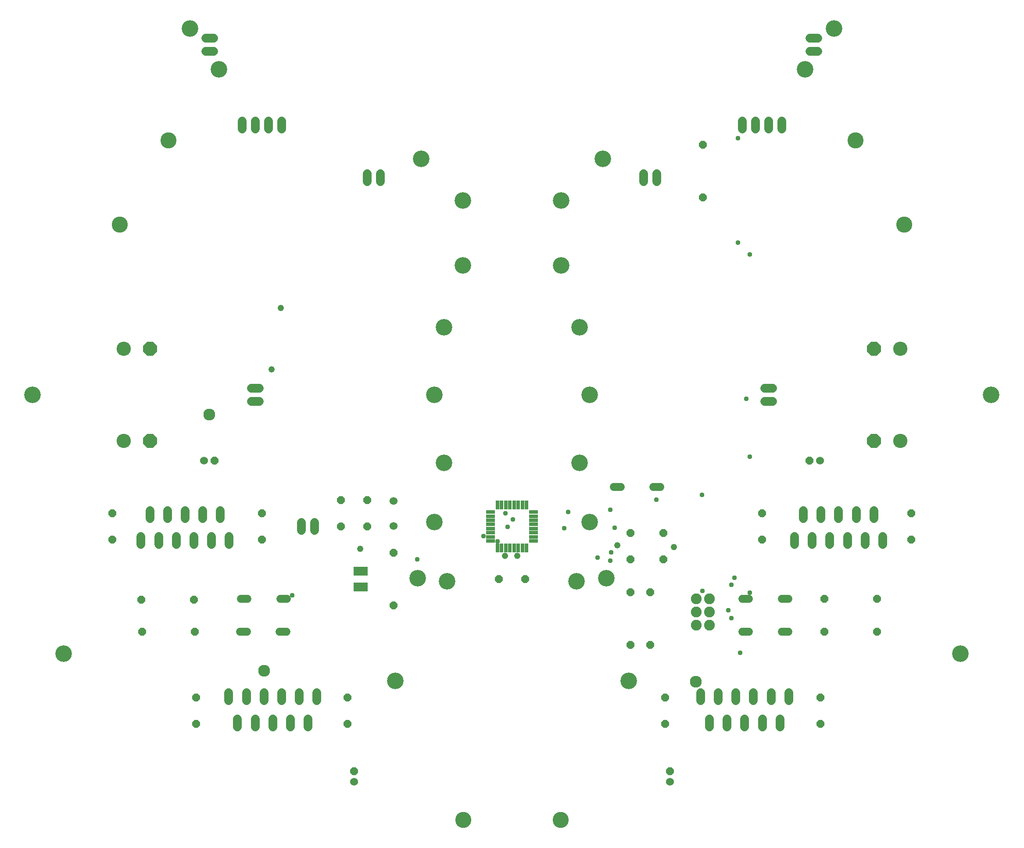
<source format=gbr>
G04 EAGLE Gerber RS-274X export*
G75*
%MOMM*%
%FSLAX34Y34*%
%LPD*%
%INSoldermask Top*%
%IPPOS*%
%AMOC8*
5,1,8,0,0,1.08239X$1,22.5*%
G01*
%ADD10C,3.203200*%
%ADD11C,3.103200*%
%ADD12P,1.649562X8X22.500000*%
%ADD13P,1.649562X8X202.500000*%
%ADD14C,1.524000*%
%ADD15P,1.649562X8X292.500000*%
%ADD16C,2.743200*%
%ADD17P,2.969212X8X22.500000*%
%ADD18P,1.649562X8X112.500000*%
%ADD19P,2.969212X8X202.500000*%
%ADD20C,1.524000*%
%ADD21R,0.753200X1.673200*%
%ADD22R,1.673200X0.753200*%
%ADD23C,1.727200*%
%ADD24R,2.800000X1.700000*%
%ADD25C,2.082800*%
%ADD26C,1.219200*%
%ADD27C,0.959600*%
%ADD28C,2.298700*%


D10*
X-621263Y707101D03*
X-565860Y627977D03*
X565854Y627977D03*
X621257Y707101D03*
X-175004Y455510D03*
X175016Y455511D03*
X-95000Y374962D03*
X95000Y374962D03*
X-95000Y249962D03*
X95000Y249962D03*
X-130815Y130815D03*
X130815Y130815D03*
X-150008Y24D03*
X150008Y24D03*
X-130815Y-130815D03*
X130815Y-130815D03*
X-150008Y-245070D03*
X150008Y-245070D03*
X-181774Y-353844D03*
X-124968Y-359326D03*
X124968Y-359326D03*
X181774Y-353844D03*
X-224968Y-551826D03*
X224968Y-551826D03*
D11*
X-93750Y-820001D03*
X93761Y-819899D03*
D10*
X-865112Y-499474D03*
X-924893Y0D03*
D11*
X-757016Y328809D03*
X-663188Y491150D03*
X663266Y491189D03*
X756955Y328779D03*
D10*
X925005Y0D03*
X865112Y-499474D03*
D12*
X-330200Y-254000D03*
X-279400Y-254000D03*
D13*
X574040Y-127000D03*
D14*
X594360Y-127000D03*
D15*
X482600Y-228600D03*
X482600Y-279400D03*
X770890Y-228600D03*
X770890Y-279400D03*
D16*
X-749300Y-88900D03*
D17*
X-698500Y-88900D03*
D18*
X-304800Y-726440D03*
D14*
X-304800Y-746760D03*
D18*
X-317500Y-635000D03*
X-317500Y-584200D03*
X-609600Y-635000D03*
X-609600Y-584200D03*
D16*
X749300Y-88900D03*
D19*
X698500Y-88900D03*
D18*
X304800Y-726440D03*
D14*
X304800Y-746760D03*
D18*
X595630Y-635000D03*
X595630Y-584200D03*
D12*
X-330200Y-203200D03*
X-279400Y-203200D03*
D18*
X295910Y-635000D03*
X295910Y-584200D03*
X228600Y-317500D03*
X228600Y-266700D03*
X292100Y-317500D03*
X292100Y-266700D03*
D13*
X25400Y-355600D03*
X-25400Y-355600D03*
D16*
X-749300Y88900D03*
D17*
X-698500Y88900D03*
D12*
X-574040Y-127000D03*
D14*
X-594360Y-127000D03*
D15*
X-770890Y-228600D03*
X-770890Y-279400D03*
X-482600Y-228600D03*
X-482600Y-279400D03*
D16*
X749300Y88900D03*
D19*
X698500Y88900D03*
D20*
X209804Y-177800D02*
X196596Y-177800D01*
X272796Y-177800D02*
X286004Y-177800D01*
X-510286Y-393700D02*
X-523494Y-393700D01*
X-447294Y-393700D02*
X-434086Y-393700D01*
X520446Y-393700D02*
X533654Y-393700D01*
X457454Y-393700D02*
X444246Y-393700D01*
X-511556Y-457200D02*
X-524764Y-457200D01*
X-448564Y-457200D02*
X-435356Y-457200D01*
X520446Y-457200D02*
X533654Y-457200D01*
X457454Y-457200D02*
X444246Y-457200D01*
D21*
X28000Y-212300D03*
X20000Y-212300D03*
X12000Y-212300D03*
X4000Y-212300D03*
X-4000Y-212300D03*
X-12000Y-212300D03*
X-20000Y-212300D03*
X-28000Y-212300D03*
D22*
X-41700Y-226000D03*
X-41700Y-234000D03*
X-41700Y-242000D03*
X-41700Y-250000D03*
X-41700Y-258000D03*
X-41700Y-266000D03*
X-41700Y-274000D03*
X-41700Y-282000D03*
D21*
X-28000Y-295700D03*
X-20000Y-295700D03*
X-12000Y-295700D03*
X-4000Y-295700D03*
X4000Y-295700D03*
X12000Y-295700D03*
X20000Y-295700D03*
X28000Y-295700D03*
D22*
X41700Y-282000D03*
X41700Y-274000D03*
X41700Y-266000D03*
X41700Y-258000D03*
X41700Y-250000D03*
X41700Y-242000D03*
X41700Y-234000D03*
X41700Y-226000D03*
D23*
X-487680Y-12700D02*
X-502920Y-12700D01*
X-502920Y12700D02*
X-487680Y12700D01*
X520700Y513080D02*
X520700Y528320D01*
X495300Y528320D02*
X495300Y513080D01*
X469900Y513080D02*
X469900Y528320D01*
X444500Y528320D02*
X444500Y513080D01*
D24*
X-292100Y-370600D03*
X-292100Y-340600D03*
D23*
X-575310Y662900D02*
X-590550Y662900D01*
X-590550Y688300D02*
X-575310Y688300D01*
X575310Y662900D02*
X590550Y662900D01*
X590550Y688300D02*
X575310Y688300D01*
X-254000Y426720D02*
X-254000Y411480D01*
X-279400Y411480D02*
X-279400Y426720D01*
X254000Y426720D02*
X254000Y411480D01*
X279400Y411480D02*
X279400Y426720D01*
X-381000Y-246380D02*
X-381000Y-261620D01*
X-406400Y-261620D02*
X-406400Y-246380D01*
X487680Y12700D02*
X502920Y12700D01*
X502920Y-12700D02*
X487680Y-12700D01*
X-715835Y-273558D02*
X-715835Y-288798D01*
X-698817Y-238252D02*
X-698817Y-223012D01*
X-681799Y-273558D02*
X-681799Y-288798D01*
X-664781Y-238252D02*
X-664781Y-223012D01*
X-647763Y-273558D02*
X-647763Y-288798D01*
X-613727Y-288798D02*
X-613727Y-273558D01*
X-579691Y-273558D02*
X-579691Y-288798D01*
X-545655Y-288798D02*
X-545655Y-273558D01*
X-630745Y-238252D02*
X-630745Y-223012D01*
X-596709Y-223012D02*
X-596709Y-238252D01*
X-562673Y-238252D02*
X-562673Y-223012D01*
X545275Y-273558D02*
X545275Y-288798D01*
X562293Y-238252D02*
X562293Y-223012D01*
X579311Y-273558D02*
X579311Y-288798D01*
X596329Y-238252D02*
X596329Y-223012D01*
X613347Y-273558D02*
X613347Y-288798D01*
X647383Y-288798D02*
X647383Y-273558D01*
X681419Y-273558D02*
X681419Y-288798D01*
X715455Y-288798D02*
X715455Y-273558D01*
X630365Y-238252D02*
X630365Y-223012D01*
X664401Y-223012D02*
X664401Y-238252D01*
X698437Y-238252D02*
X698437Y-223012D01*
X-376365Y-574802D02*
X-376365Y-590042D01*
X-393383Y-625348D02*
X-393383Y-640588D01*
X-410401Y-590042D02*
X-410401Y-574802D01*
X-427419Y-625348D02*
X-427419Y-640588D01*
X-444437Y-590042D02*
X-444437Y-574802D01*
X-478473Y-574802D02*
X-478473Y-590042D01*
X-512509Y-590042D02*
X-512509Y-574802D01*
X-546545Y-574802D02*
X-546545Y-590042D01*
X-461455Y-625348D02*
X-461455Y-640588D01*
X-495491Y-640588D02*
X-495491Y-625348D01*
X-529527Y-625348D02*
X-529527Y-640588D01*
X534225Y-590042D02*
X534225Y-574802D01*
X517207Y-625348D02*
X517207Y-640588D01*
X500189Y-590042D02*
X500189Y-574802D01*
X483171Y-625348D02*
X483171Y-640588D01*
X466153Y-590042D02*
X466153Y-574802D01*
X432117Y-574802D02*
X432117Y-590042D01*
X398081Y-590042D02*
X398081Y-574802D01*
X364045Y-574802D02*
X364045Y-590042D01*
X449135Y-625348D02*
X449135Y-640588D01*
X415099Y-640588D02*
X415099Y-625348D01*
X381063Y-625348D02*
X381063Y-640588D01*
D15*
X228600Y-381000D03*
X228600Y-482600D03*
D13*
X-613410Y-394970D03*
X-715010Y-394970D03*
D15*
X-228600Y-304800D03*
X-228600Y-406400D03*
D12*
X603250Y-393700D03*
X704850Y-393700D03*
D13*
X-612140Y-457200D03*
X-713740Y-457200D03*
D12*
X603250Y-457200D03*
X704850Y-457200D03*
D18*
X266700Y-482600D03*
X266700Y-381000D03*
D15*
X368300Y482600D03*
X368300Y381000D03*
D23*
X-520700Y513080D02*
X-520700Y528320D01*
X-495300Y528320D02*
X-495300Y513080D01*
X-469900Y513080D02*
X-469900Y528320D01*
X-444500Y528320D02*
X-444500Y513080D01*
D14*
X-228600Y-252730D03*
X-228600Y-204470D03*
D25*
X355600Y-393700D03*
X381000Y-393700D03*
X355600Y-419100D03*
X381000Y-419100D03*
X355600Y-444500D03*
X381000Y-444500D03*
D26*
X-13716Y-310896D03*
X203454Y-290322D03*
X312420Y-293370D03*
D27*
X189738Y-320040D03*
D26*
X-464058Y49530D03*
D27*
X1524Y-240030D03*
X-12192Y-228600D03*
X423672Y-366522D03*
X-8382Y-254508D03*
X-182880Y-317754D03*
X-27432Y-282702D03*
X-423672Y-387096D03*
X367284Y-378714D03*
X-54864Y-272796D03*
X108204Y-225552D03*
X417576Y-415290D03*
X440436Y-497586D03*
X278892Y-201930D03*
X429768Y-352806D03*
X458724Y-381762D03*
X198120Y-256032D03*
X423672Y-430530D03*
X366522Y-192786D03*
X458724Y-119634D03*
X458724Y271272D03*
X435864Y495300D03*
X165354Y-313944D03*
X452628Y-7620D03*
X191262Y-304038D03*
X100584Y-257556D03*
X189738Y-221742D03*
X435864Y294132D03*
D26*
X-292608Y-297180D03*
X9906Y-310896D03*
X-445770Y167640D03*
D28*
X-584200Y-38100D03*
X-478536Y-532638D03*
X355092Y-553212D03*
M02*

</source>
